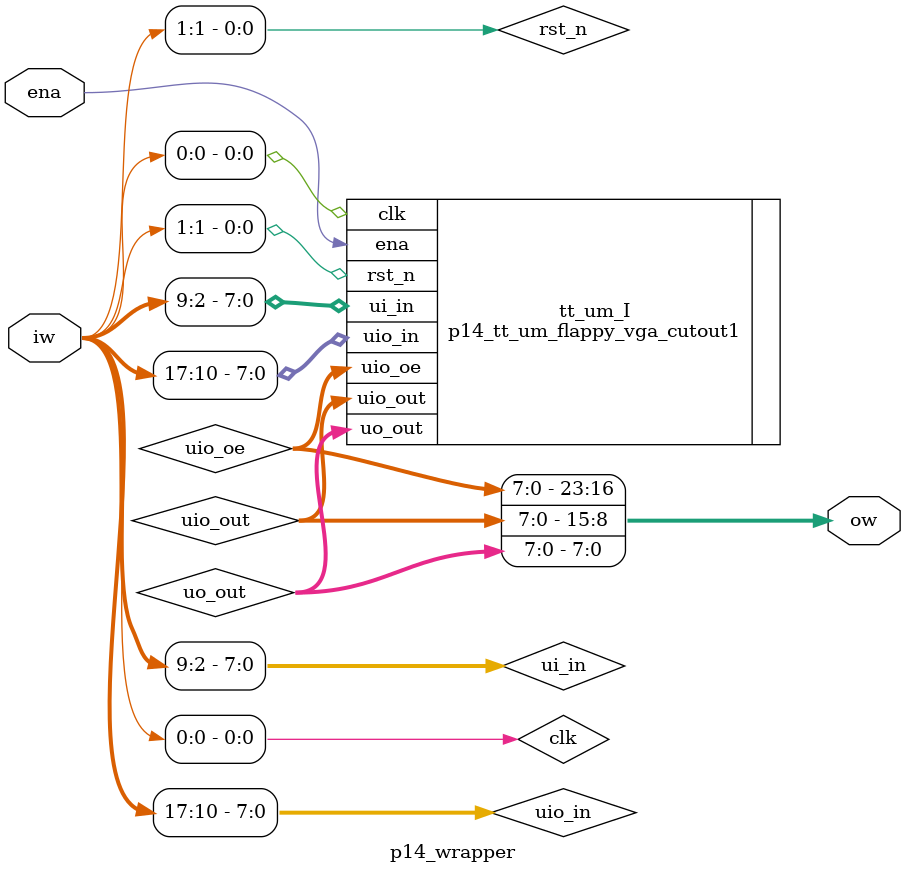
<source format=v>
`default_nettype none

module p14_wrapper (
  input wire ena,
  input wire [17:0] iw,
  output wire [23:0] ow
);

wire [7:0] uio_in;
wire [7:0] uio_out;
wire [7:0] uio_oe;
wire [7:0] uo_out;
wire [7:0] ui_in;
wire clk;
wire rst_n;

assign { uio_in, ui_in, rst_n, clk} = iw;
assign ow = { uio_oe, uio_out, uo_out };

p14_tt_um_flappy_vga_cutout1 tt_um_I (
  .uio_in  (uio_in),
  .uio_out (uio_out),
  .uio_oe  (uio_oe),
  .uo_out  (uo_out),
  .ui_in   (ui_in),
  .ena     (ena),
  .clk     (clk),
  .rst_n   (rst_n)
);

endmodule

</source>
